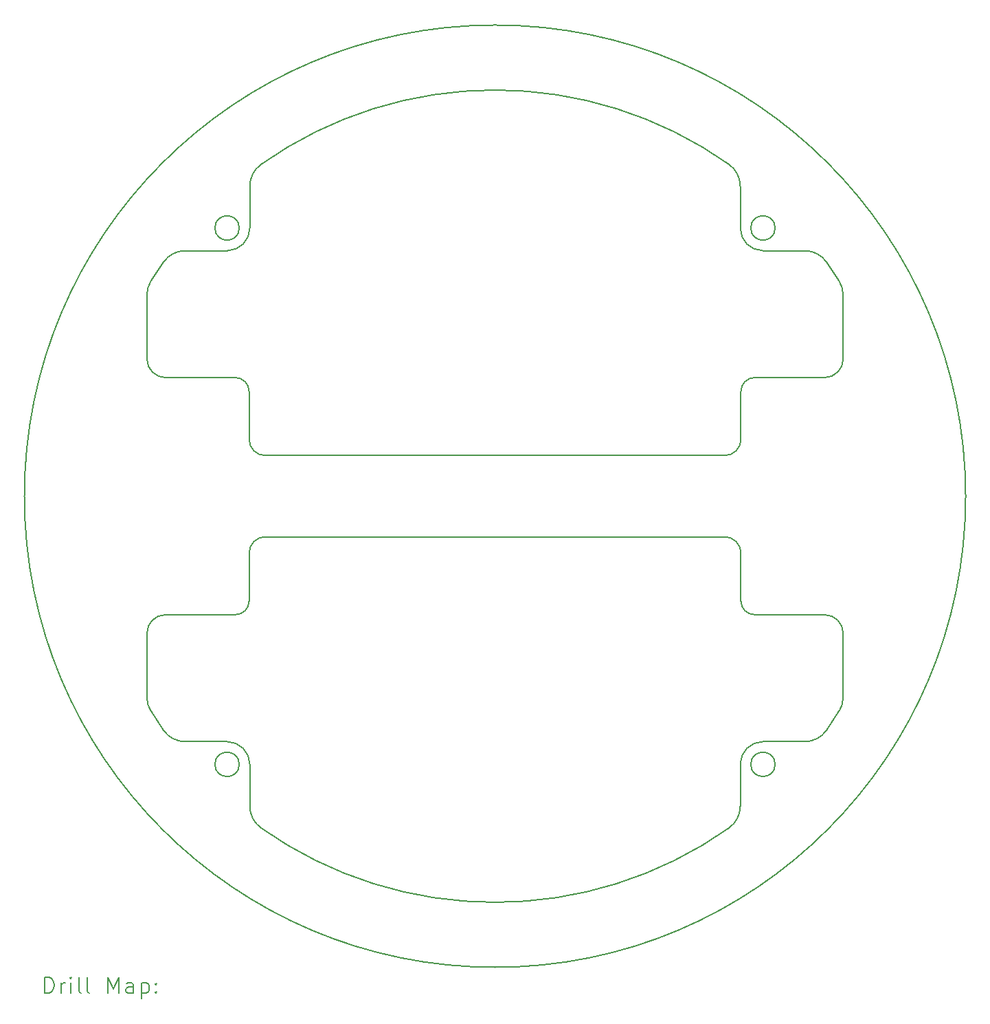
<source format=gbr>
%TF.GenerationSoftware,KiCad,Pcbnew,7.0.11*%
%TF.CreationDate,2025-03-06T22:38:01+09:00*%
%TF.ProjectId,Line_V2,4c696e65-5f56-4322-9e6b-696361645f70,rev?*%
%TF.SameCoordinates,Original*%
%TF.FileFunction,Drillmap*%
%TF.FilePolarity,Positive*%
%FSLAX45Y45*%
G04 Gerber Fmt 4.5, Leading zero omitted, Abs format (unit mm)*
G04 Created by KiCad (PCBNEW 7.0.11) date 2025-03-06 22:38:01*
%MOMM*%
%LPD*%
G01*
G04 APERTURE LIST*
%ADD10C,0.200000*%
G04 APERTURE END LIST*
D10*
X6977689Y-13301893D02*
G75*
G03*
X6698107Y-13022311I-279579J3D01*
G01*
X13022311Y-13301893D02*
X13022311Y-13815588D01*
X13022311Y-6184412D02*
X13022311Y-6698107D01*
X7117627Y-5914420D02*
G75*
G03*
X6977689Y-6184412I190483J-269990D01*
G01*
X6184412Y-6977692D02*
G75*
G03*
X5914423Y-7117629I-2J-330418D01*
G01*
X5914420Y-12882372D02*
G75*
G03*
X6184412Y-13022311I269990J190483D01*
G01*
X12882370Y-14085576D02*
G75*
G03*
X13022311Y-13815588I-190470J269986D01*
G01*
X13451893Y-13301893D02*
G75*
G03*
X13151893Y-13301893I-150000J0D01*
G01*
X13151893Y-13301893D02*
G75*
G03*
X13451893Y-13301893I150000J0D01*
G01*
X13030418Y-8710018D02*
X13030418Y-9300000D01*
X6969580Y-9300000D02*
G75*
G03*
X7169582Y-9500000I200000J0D01*
G01*
X7169582Y-10500002D02*
G75*
G03*
X6969582Y-10700000I-2J-199998D01*
G01*
X5709784Y-8310000D02*
X5709784Y-7525126D01*
X14290217Y-7525126D02*
G75*
G03*
X14239991Y-7350005I-330387J6D01*
G01*
X5709782Y-12474874D02*
G75*
G03*
X5760008Y-12649995I330418J4D01*
G01*
X6799982Y-8540418D02*
X5940202Y-8540418D01*
X14239991Y-12649995D02*
X14085577Y-12882371D01*
X6977692Y-13815588D02*
G75*
G03*
X7117629Y-14085577I330418J-2D01*
G01*
X13030417Y-11289982D02*
G75*
G03*
X13200018Y-11459582I169603J3D01*
G01*
X5709784Y-12474874D02*
X5709784Y-11690000D01*
X14290216Y-7525126D02*
X14290216Y-8310000D01*
X5914423Y-12882371D02*
X5760008Y-12649995D01*
X13815588Y-13022312D02*
G75*
G03*
X14085577Y-12882370I-8J330432D01*
G01*
X5709782Y-8310000D02*
G75*
G03*
X5940202Y-8540418I230418J0D01*
G01*
X6977689Y-13815588D02*
X6977689Y-13301893D01*
X6969582Y-9300000D02*
X6969582Y-8710018D01*
X6698107Y-6977689D02*
G75*
G03*
X6977689Y-6698107I0J279582D01*
G01*
X14290217Y-11690000D02*
G75*
G03*
X14059798Y-11459582I-230418J0D01*
G01*
X13451893Y-6698107D02*
G75*
G03*
X13151893Y-6698107I-150000J0D01*
G01*
X13151893Y-6698107D02*
G75*
G03*
X13451893Y-6698107I150000J0D01*
G01*
X13301893Y-6977689D02*
X13815588Y-6977689D01*
X7169582Y-10500000D02*
X12830418Y-10500000D01*
X14059798Y-8540418D02*
X13200018Y-8540418D01*
X6799982Y-11459582D02*
G75*
G03*
X6969582Y-11289982I-2J169602D01*
G01*
X6969582Y-8710018D02*
G75*
G03*
X6799982Y-8540418I-169603J-3D01*
G01*
X6698107Y-13022311D02*
X6184412Y-13022311D01*
X7117629Y-14085577D02*
G75*
G03*
X12882370Y-14085577I2882371J4085577D01*
G01*
X13030420Y-10700000D02*
G75*
G03*
X12830418Y-10500000I-200000J0D01*
G01*
X13200018Y-8540418D02*
G75*
G03*
X13030418Y-8710018I2J-169602D01*
G01*
X14239993Y-12649996D02*
G75*
G03*
X14290216Y-12474874I-280224J175126D01*
G01*
X13030418Y-10700000D02*
X13030418Y-11289982D01*
X5940202Y-11459584D02*
G75*
G03*
X5709784Y-11690000I-2J-230416D01*
G01*
X13815588Y-13022311D02*
X13301893Y-13022311D01*
X14085577Y-7117629D02*
X14239991Y-7350005D01*
X15800000Y-10000000D02*
G75*
G03*
X4200000Y-10000000I-5800000J0D01*
G01*
X4200000Y-10000000D02*
G75*
G03*
X15800000Y-10000000I5800000J0D01*
G01*
X5760010Y-7350006D02*
G75*
G03*
X5709784Y-7525126I280190J-175124D01*
G01*
X13200018Y-11459582D02*
X14059798Y-11459582D01*
X14059798Y-8540416D02*
G75*
G03*
X14290216Y-8310000I2J230416D01*
G01*
X6969582Y-11289982D02*
X6969582Y-10700000D01*
X13301893Y-13022311D02*
G75*
G03*
X13022311Y-13301893I-3J-279579D01*
G01*
X12830418Y-9499998D02*
G75*
G03*
X13030418Y-9300000I2J199998D01*
G01*
X6977689Y-6698107D02*
X6977689Y-6184412D01*
X5760008Y-7350005D02*
X5914423Y-7117629D01*
X5940202Y-11459582D02*
X6799982Y-11459582D01*
X13022311Y-6698107D02*
G75*
G03*
X13301893Y-6977689I279579J-3D01*
G01*
X6848107Y-13301893D02*
G75*
G03*
X6548107Y-13301893I-150000J0D01*
G01*
X6548107Y-13301893D02*
G75*
G03*
X6848107Y-13301893I150000J0D01*
G01*
X12830418Y-9500000D02*
X7169582Y-9500000D01*
X14085576Y-7117630D02*
G75*
G03*
X13815588Y-6977689I-269986J-190470D01*
G01*
X14290216Y-11690000D02*
X14290216Y-12474874D01*
X6184412Y-6977689D02*
X6698107Y-6977689D01*
X6848107Y-6698107D02*
G75*
G03*
X6548107Y-6698107I-150000J0D01*
G01*
X6548107Y-6698107D02*
G75*
G03*
X6848107Y-6698107I150000J0D01*
G01*
X13022308Y-6184412D02*
G75*
G03*
X12882371Y-5914423I-330418J2D01*
G01*
X12882370Y-5914423D02*
G75*
G03*
X7117629Y-5914423I-2882370J-4085577D01*
G01*
X4450777Y-16121484D02*
X4450777Y-15921484D01*
X4450777Y-15921484D02*
X4498396Y-15921484D01*
X4498396Y-15921484D02*
X4526967Y-15931008D01*
X4526967Y-15931008D02*
X4546015Y-15950055D01*
X4546015Y-15950055D02*
X4555539Y-15969103D01*
X4555539Y-15969103D02*
X4565063Y-16007198D01*
X4565063Y-16007198D02*
X4565063Y-16035769D01*
X4565063Y-16035769D02*
X4555539Y-16073865D01*
X4555539Y-16073865D02*
X4546015Y-16092912D01*
X4546015Y-16092912D02*
X4526967Y-16111960D01*
X4526967Y-16111960D02*
X4498396Y-16121484D01*
X4498396Y-16121484D02*
X4450777Y-16121484D01*
X4650777Y-16121484D02*
X4650777Y-15988150D01*
X4650777Y-16026246D02*
X4660301Y-16007198D01*
X4660301Y-16007198D02*
X4669824Y-15997674D01*
X4669824Y-15997674D02*
X4688872Y-15988150D01*
X4688872Y-15988150D02*
X4707920Y-15988150D01*
X4774586Y-16121484D02*
X4774586Y-15988150D01*
X4774586Y-15921484D02*
X4765063Y-15931008D01*
X4765063Y-15931008D02*
X4774586Y-15940531D01*
X4774586Y-15940531D02*
X4784110Y-15931008D01*
X4784110Y-15931008D02*
X4774586Y-15921484D01*
X4774586Y-15921484D02*
X4774586Y-15940531D01*
X4898396Y-16121484D02*
X4879348Y-16111960D01*
X4879348Y-16111960D02*
X4869824Y-16092912D01*
X4869824Y-16092912D02*
X4869824Y-15921484D01*
X5003158Y-16121484D02*
X4984110Y-16111960D01*
X4984110Y-16111960D02*
X4974586Y-16092912D01*
X4974586Y-16092912D02*
X4974586Y-15921484D01*
X5231729Y-16121484D02*
X5231729Y-15921484D01*
X5231729Y-15921484D02*
X5298396Y-16064341D01*
X5298396Y-16064341D02*
X5365063Y-15921484D01*
X5365063Y-15921484D02*
X5365063Y-16121484D01*
X5546015Y-16121484D02*
X5546015Y-16016722D01*
X5546015Y-16016722D02*
X5536491Y-15997674D01*
X5536491Y-15997674D02*
X5517444Y-15988150D01*
X5517444Y-15988150D02*
X5479348Y-15988150D01*
X5479348Y-15988150D02*
X5460301Y-15997674D01*
X5546015Y-16111960D02*
X5526967Y-16121484D01*
X5526967Y-16121484D02*
X5479348Y-16121484D01*
X5479348Y-16121484D02*
X5460301Y-16111960D01*
X5460301Y-16111960D02*
X5450777Y-16092912D01*
X5450777Y-16092912D02*
X5450777Y-16073865D01*
X5450777Y-16073865D02*
X5460301Y-16054817D01*
X5460301Y-16054817D02*
X5479348Y-16045293D01*
X5479348Y-16045293D02*
X5526967Y-16045293D01*
X5526967Y-16045293D02*
X5546015Y-16035769D01*
X5641253Y-15988150D02*
X5641253Y-16188150D01*
X5641253Y-15997674D02*
X5660301Y-15988150D01*
X5660301Y-15988150D02*
X5698396Y-15988150D01*
X5698396Y-15988150D02*
X5717443Y-15997674D01*
X5717443Y-15997674D02*
X5726967Y-16007198D01*
X5726967Y-16007198D02*
X5736491Y-16026246D01*
X5736491Y-16026246D02*
X5736491Y-16083388D01*
X5736491Y-16083388D02*
X5726967Y-16102436D01*
X5726967Y-16102436D02*
X5717443Y-16111960D01*
X5717443Y-16111960D02*
X5698396Y-16121484D01*
X5698396Y-16121484D02*
X5660301Y-16121484D01*
X5660301Y-16121484D02*
X5641253Y-16111960D01*
X5822205Y-16102436D02*
X5831729Y-16111960D01*
X5831729Y-16111960D02*
X5822205Y-16121484D01*
X5822205Y-16121484D02*
X5812682Y-16111960D01*
X5812682Y-16111960D02*
X5822205Y-16102436D01*
X5822205Y-16102436D02*
X5822205Y-16121484D01*
X5822205Y-15997674D02*
X5831729Y-16007198D01*
X5831729Y-16007198D02*
X5822205Y-16016722D01*
X5822205Y-16016722D02*
X5812682Y-16007198D01*
X5812682Y-16007198D02*
X5822205Y-15997674D01*
X5822205Y-15997674D02*
X5822205Y-16016722D01*
M02*

</source>
